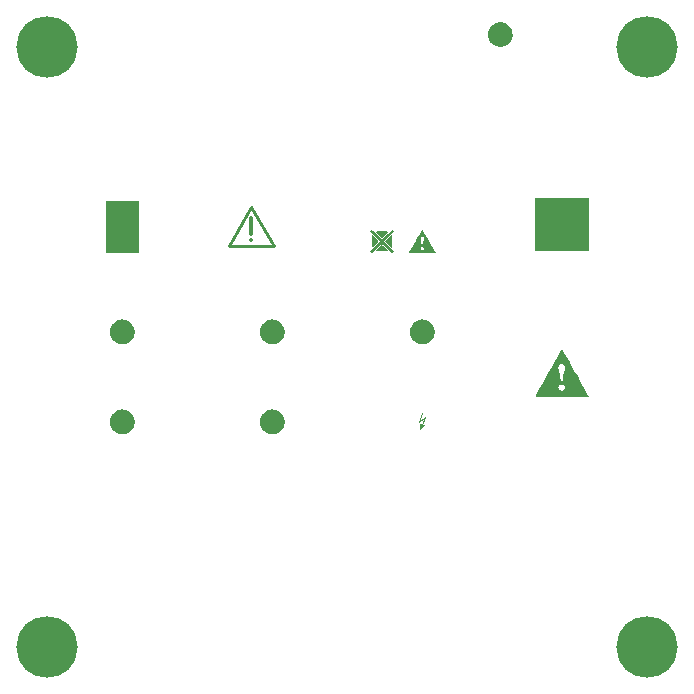
<source format=gts>
G04 Layer: TopSolderMaskLayer*
G04 EasyEDA v6.5.34, 2023-08-21 18:11:39*
G04 7c8418cbede34b2c85e998ecb34685fd,5a6b42c53f6a479593ecc07194224c93,10*
G04 Gerber Generator version 0.2*
G04 Scale: 100 percent, Rotated: No, Reflected: No *
G04 Dimensions in millimeters *
G04 leading zeros omitted , absolute positions ,4 integer and 5 decimal *
%FSLAX45Y45*%
%MOMM*%

%ADD10C,0.1000*%
%ADD11C,0.3000*%
%ADD12C,0.2540*%
%ADD13C,5.2032*%

%LPD*%
G36*
X4740808Y2896616D02*
G01*
X4737100Y2895600D01*
X4735017Y2894380D01*
X4732782Y2892298D01*
X4730750Y2889707D01*
X4722876Y2875280D01*
X4714341Y2860497D01*
X4711852Y2855468D01*
X4709109Y2850946D01*
X4706620Y2847644D01*
X4704283Y2843174D01*
X4702657Y2838754D01*
X4700981Y2835351D01*
X4699000Y2832963D01*
X4694021Y2824530D01*
X4682490Y2803144D01*
X4651267Y2748178D01*
X4708804Y2748178D01*
X4710328Y2755747D01*
X4714189Y2763266D01*
X4719523Y2769260D01*
X4725365Y2772410D01*
X4733239Y2774188D01*
X4739233Y2774289D01*
X4746294Y2772410D01*
X4753152Y2769108D01*
X4758537Y2764739D01*
X4762042Y2760472D01*
X4763770Y2756255D01*
X4764176Y2749753D01*
X4763719Y2738628D01*
X4763109Y2730804D01*
X4762246Y2723642D01*
X4761280Y2718054D01*
X4758994Y2711653D01*
X4756048Y2700477D01*
X4750460Y2673451D01*
X4748428Y2664612D01*
X4746599Y2653741D01*
X4745126Y2642920D01*
X4743856Y2638044D01*
X4742230Y2633878D01*
X4740249Y2630678D01*
X4737709Y2627630D01*
X4735982Y2626410D01*
X4734610Y2626868D01*
X4732934Y2628900D01*
X4731816Y2630932D01*
X4730953Y2633624D01*
X4730343Y2636621D01*
X4729835Y2643022D01*
X4729226Y2647188D01*
X4728260Y2651506D01*
X4725822Y2659837D01*
X4723485Y2669743D01*
X4721910Y2679039D01*
X4719066Y2692552D01*
X4715510Y2707132D01*
X4712360Y2721559D01*
X4710125Y2734208D01*
X4708956Y2744317D01*
X4708804Y2748178D01*
X4651267Y2748178D01*
X4636820Y2722575D01*
X4623816Y2698597D01*
X4604562Y2665222D01*
X4587494Y2634792D01*
X4576216Y2614066D01*
X4562551Y2590139D01*
X4555598Y2577490D01*
X4708804Y2577490D01*
X4709210Y2581910D01*
X4710480Y2586228D01*
X4712462Y2590292D01*
X4715256Y2594051D01*
X4718862Y2597353D01*
X4723231Y2600147D01*
X4730140Y2603144D01*
X4736185Y2604160D01*
X4742230Y2603195D01*
X4749190Y2600299D01*
X4756150Y2595930D01*
X4760823Y2591003D01*
X4763414Y2584958D01*
X4764176Y2577490D01*
X4763617Y2569870D01*
X4761636Y2564180D01*
X4757724Y2559456D01*
X4751374Y2554833D01*
X4743958Y2551176D01*
X4736947Y2549855D01*
X4729937Y2550820D01*
X4722672Y2554071D01*
X4718405Y2557068D01*
X4714900Y2560624D01*
X4712157Y2564485D01*
X4710277Y2568702D01*
X4709109Y2573020D01*
X4708804Y2577490D01*
X4555598Y2577490D01*
X4547666Y2563926D01*
X4538776Y2547569D01*
X4517288Y2509113D01*
X4515408Y2505100D01*
X4514646Y2502458D01*
X4514748Y2500833D01*
X4515612Y2499766D01*
X4517085Y2498902D01*
X4521962Y2498394D01*
X4533950Y2497937D01*
X4575708Y2497226D01*
X4635144Y2496820D01*
X4769459Y2496718D01*
X4840020Y2497023D01*
X4900676Y2497582D01*
X4944211Y2498344D01*
X4957368Y2498801D01*
X4963972Y2499461D01*
X4964582Y2501290D01*
X4964125Y2503982D01*
X4962601Y2507742D01*
X4944313Y2540558D01*
X4935321Y2555951D01*
X4927447Y2570073D01*
X4922977Y2577541D01*
X4918964Y2584856D01*
X4915712Y2591968D01*
X4911598Y2599588D01*
X4901082Y2617165D01*
X4871516Y2669082D01*
X4854143Y2700782D01*
X4843576Y2718866D01*
X4836007Y2732786D01*
X4826812Y2748432D01*
X4818227Y2764180D01*
X4804206Y2788767D01*
X4795469Y2804566D01*
X4785868Y2820822D01*
X4775860Y2839567D01*
X4750866Y2883662D01*
X4745736Y2893618D01*
X4743450Y2896108D01*
G37*
G36*
X4740808Y2896616D02*
G01*
X4737100Y2895600D01*
X4735017Y2894380D01*
X4732782Y2892298D01*
X4730750Y2889707D01*
X4722876Y2875280D01*
X4714341Y2860497D01*
X4711852Y2855468D01*
X4709109Y2850946D01*
X4706620Y2847695D01*
X4704283Y2843174D01*
X4702657Y2838754D01*
X4700981Y2835351D01*
X4699000Y2832963D01*
X4694021Y2824530D01*
X4682490Y2803144D01*
X4651267Y2748178D01*
X4708804Y2748178D01*
X4710328Y2755747D01*
X4714189Y2763266D01*
X4719523Y2769260D01*
X4725365Y2772410D01*
X4733239Y2774188D01*
X4739233Y2774289D01*
X4746294Y2772410D01*
X4753152Y2769108D01*
X4758537Y2764739D01*
X4762042Y2760472D01*
X4763770Y2756255D01*
X4764176Y2749753D01*
X4763719Y2738628D01*
X4763109Y2730804D01*
X4762246Y2723692D01*
X4761280Y2718054D01*
X4758994Y2711653D01*
X4756048Y2700477D01*
X4750460Y2673451D01*
X4748428Y2664612D01*
X4746599Y2653741D01*
X4745126Y2642920D01*
X4743856Y2638044D01*
X4742230Y2633878D01*
X4740249Y2630678D01*
X4737709Y2627630D01*
X4735982Y2626410D01*
X4734610Y2626868D01*
X4732934Y2628900D01*
X4731816Y2630932D01*
X4730953Y2633624D01*
X4730343Y2636621D01*
X4729835Y2643022D01*
X4729226Y2647188D01*
X4728260Y2651506D01*
X4725822Y2659837D01*
X4723485Y2669743D01*
X4721910Y2679039D01*
X4719066Y2692552D01*
X4715510Y2707132D01*
X4712360Y2721559D01*
X4710125Y2734208D01*
X4708956Y2744317D01*
X4708804Y2748178D01*
X4651267Y2748178D01*
X4636820Y2722575D01*
X4623816Y2698597D01*
X4604562Y2665222D01*
X4587494Y2634792D01*
X4576216Y2614066D01*
X4562551Y2590139D01*
X4555598Y2577490D01*
X4708804Y2577490D01*
X4709210Y2581910D01*
X4710480Y2586228D01*
X4712462Y2590292D01*
X4715256Y2594051D01*
X4718862Y2597353D01*
X4723231Y2600147D01*
X4730140Y2603144D01*
X4736185Y2604160D01*
X4742230Y2603195D01*
X4749190Y2600299D01*
X4756150Y2595930D01*
X4760823Y2591003D01*
X4763414Y2584958D01*
X4764176Y2577490D01*
X4763617Y2569870D01*
X4761636Y2564180D01*
X4757724Y2559456D01*
X4751374Y2554833D01*
X4743958Y2551176D01*
X4736947Y2549855D01*
X4729937Y2550820D01*
X4722672Y2554071D01*
X4718405Y2557068D01*
X4714900Y2560624D01*
X4712157Y2564485D01*
X4710277Y2568702D01*
X4709109Y2573020D01*
X4708804Y2577490D01*
X4555598Y2577490D01*
X4547666Y2563926D01*
X4538776Y2547569D01*
X4517288Y2509113D01*
X4515408Y2505100D01*
X4514646Y2502458D01*
X4514748Y2500833D01*
X4515612Y2499766D01*
X4517085Y2498902D01*
X4521962Y2498394D01*
X4533950Y2497937D01*
X4575708Y2497226D01*
X4635144Y2496820D01*
X4769459Y2496718D01*
X4840020Y2497023D01*
X4900676Y2497582D01*
X4944211Y2498344D01*
X4957368Y2498801D01*
X4963972Y2499461D01*
X4964582Y2501290D01*
X4964125Y2503982D01*
X4962601Y2507742D01*
X4944313Y2540558D01*
X4935321Y2555951D01*
X4927447Y2570073D01*
X4922977Y2577541D01*
X4918964Y2584856D01*
X4915712Y2591968D01*
X4911598Y2599588D01*
X4901082Y2617165D01*
X4871516Y2669082D01*
X4854143Y2700782D01*
X4843576Y2718866D01*
X4836007Y2732786D01*
X4826812Y2748432D01*
X4818227Y2764180D01*
X4804206Y2788767D01*
X4795469Y2804566D01*
X4785868Y2820822D01*
X4775860Y2839567D01*
X4750866Y2883662D01*
X4745736Y2893618D01*
X4743450Y2896108D01*
G37*
G36*
X3129737Y3914749D02*
G01*
X3128568Y3914495D01*
X3127146Y3913835D01*
X3124200Y3911600D01*
X3120542Y3907891D01*
X3118002Y3904996D01*
X3116376Y3902608D01*
X3115462Y3900576D01*
X3115513Y3899509D01*
X3116427Y3897884D01*
X3118408Y3895293D01*
X3126943Y3886047D01*
X3189579Y3822700D01*
X3197148Y3814673D01*
X3197402Y3813556D01*
X3196844Y3812387D01*
X3195320Y3810863D01*
X3190595Y3807053D01*
X3182874Y3799687D01*
X3165043Y3782009D01*
X3137916Y3754221D01*
X3118256Y3733342D01*
X3115106Y3729431D01*
X3116630Y3726129D01*
X3120644Y3721354D01*
X3125368Y3716934D01*
X3128975Y3714750D01*
X3130651Y3715156D01*
X3134004Y3717594D01*
X3140354Y3723284D01*
X3207054Y3788054D01*
X3212541Y3793083D01*
X3215030Y3795115D01*
X3216046Y3794760D01*
X3218078Y3793286D01*
X3225698Y3786428D01*
X3257905Y3754831D01*
X3284220Y3728618D01*
X3289808Y3723284D01*
X3294176Y3719423D01*
X3297529Y3716883D01*
X3300120Y3715512D01*
X3302203Y3715207D01*
X3303930Y3715715D01*
X3305606Y3716985D01*
X3311855Y3723640D01*
X3313480Y3725824D01*
X3314446Y3727704D01*
X3314750Y3729278D01*
X3314344Y3730498D01*
X3313023Y3732479D01*
X3306673Y3739642D01*
X3294329Y3752494D01*
X3255772Y3791254D01*
X3243376Y3804056D01*
X3236468Y3811676D01*
X3234944Y3813759D01*
X3234588Y3814724D01*
X3236823Y3817416D01*
X3250488Y3831844D01*
X3303066Y3885488D01*
X3310483Y3893616D01*
X3314090Y3898290D01*
X3314852Y3899712D01*
X3315106Y3900728D01*
X3314954Y3901541D01*
X3312363Y3905351D01*
X3307994Y3909720D01*
X3303473Y3913225D01*
X3300374Y3914546D01*
X3296412Y3911396D01*
X3287623Y3903319D01*
X3261715Y3878478D01*
X3235401Y3852418D01*
X3226003Y3842765D01*
X3218281Y3834028D01*
X3216960Y3833012D01*
X3215995Y3832606D01*
X3212084Y3835857D01*
X3202686Y3844645D01*
X3154781Y3891940D01*
X3141573Y3904742D01*
X3133293Y3912260D01*
X3130905Y3914140D01*
G37*
G36*
X3205124Y3897020D02*
G01*
X3172155Y3896664D01*
X3163468Y3896258D01*
X3162147Y3895953D01*
X3162909Y3894582D01*
X3169564Y3887063D01*
X3180791Y3875582D01*
X3193745Y3862832D01*
X3205581Y3851656D01*
X3213557Y3844696D01*
X3215233Y3843680D01*
X3216910Y3844696D01*
X3224834Y3851554D01*
X3236569Y3862730D01*
X3249320Y3875379D01*
X3260344Y3886809D01*
X3266897Y3894328D01*
X3267659Y3895750D01*
X3262884Y3896258D01*
X3250895Y3896664D01*
G37*
G36*
X3299714Y3871112D02*
G01*
X3297123Y3869080D01*
X3281934Y3854602D01*
X3260496Y3833164D01*
X3251758Y3824020D01*
X3245866Y3817518D01*
X3243681Y3814673D01*
X3244240Y3813708D01*
X3248456Y3808831D01*
X3265982Y3790543D01*
X3284677Y3771950D01*
X3293516Y3763518D01*
X3298698Y3759098D01*
X3300069Y3758234D01*
X3300780Y3758234D01*
X3301237Y3763111D01*
X3301695Y3775201D01*
X3302203Y3811574D01*
X3302304Y3840327D01*
X3302152Y3855821D01*
X3301593Y3867708D01*
X3300679Y3869944D01*
G37*
G36*
X3134715Y3868115D02*
G01*
X3134055Y3867912D01*
X3133394Y3867404D01*
X3132937Y3862527D01*
X3132582Y3833672D01*
X3132886Y3786581D01*
X3133191Y3771950D01*
X3133852Y3762044D01*
X3136239Y3763619D01*
X3141878Y3768598D01*
X3160522Y3786682D01*
X3172815Y3799027D01*
X3180588Y3807307D01*
X3184753Y3812286D01*
X3185668Y3813810D01*
X3185922Y3814826D01*
X3185668Y3815842D01*
X3184753Y3817365D01*
X3180588Y3822344D01*
X3172815Y3830574D01*
X3142538Y3860698D01*
G37*
G36*
X3215386Y3785971D02*
G01*
X3214420Y3785514D01*
X3210052Y3782009D01*
X3202533Y3775049D01*
X3191916Y3764737D01*
X3174441Y3747109D01*
X3165856Y3738118D01*
X3158998Y3730294D01*
X3158642Y3729482D01*
X3162046Y3729024D01*
X3183432Y3728415D01*
X3231997Y3728212D01*
X3259937Y3728618D01*
X3268675Y3728974D01*
X3272078Y3729431D01*
X3271215Y3730955D01*
X3264052Y3739032D01*
X3252063Y3751478D01*
X3238246Y3765245D01*
X3225596Y3777386D01*
X3217113Y3784904D01*
G37*
G36*
X3557879Y3912108D02*
G01*
X3556000Y3911600D01*
X3554933Y3910990D01*
X3552748Y3908653D01*
X3543096Y3891534D01*
X3540404Y3887622D01*
X3539236Y3885387D01*
X3538423Y3883151D01*
X3537559Y3881475D01*
X3536543Y3880256D01*
X3533952Y3876040D01*
X3528060Y3865372D01*
X3512136Y3837889D01*
X3541522Y3837889D01*
X3542284Y3841648D01*
X3544315Y3845407D01*
X3547008Y3848455D01*
X3550005Y3850030D01*
X3554018Y3850894D01*
X3557117Y3850944D01*
X3560724Y3850030D01*
X3564229Y3848354D01*
X3566972Y3846169D01*
X3568750Y3844036D01*
X3569614Y3841902D01*
X3569817Y3838651D01*
X3569309Y3829202D01*
X3568344Y3822801D01*
X3567176Y3819651D01*
X3565651Y3814013D01*
X3561791Y3796080D01*
X3560114Y3785260D01*
X3559454Y3782822D01*
X3558641Y3780739D01*
X3557625Y3779164D01*
X3556304Y3777640D01*
X3555441Y3777030D01*
X3554729Y3777234D01*
X3553307Y3779265D01*
X3552545Y3782110D01*
X3552291Y3785311D01*
X3551478Y3789578D01*
X3549040Y3798671D01*
X3546754Y3810050D01*
X3544112Y3821023D01*
X3541826Y3833622D01*
X3541522Y3837889D01*
X3512136Y3837889D01*
X3507079Y3829304D01*
X3500018Y3816502D01*
X3463249Y3752545D01*
X3541522Y3752545D01*
X3543401Y3758946D01*
X3548887Y3763873D01*
X3552444Y3765346D01*
X3555542Y3765854D01*
X3558641Y3765397D01*
X3562197Y3763924D01*
X3565753Y3761790D01*
X3568090Y3759301D01*
X3569411Y3756253D01*
X3569868Y3752545D01*
X3569563Y3748735D01*
X3568547Y3745890D01*
X3566515Y3743502D01*
X3563264Y3741216D01*
X3559505Y3739387D01*
X3555898Y3738727D01*
X3552342Y3739184D01*
X3548634Y3740810D01*
X3543249Y3746042D01*
X3541522Y3752545D01*
X3463249Y3752545D01*
X3459175Y3745737D01*
X3445256Y3721303D01*
X3442715Y3716324D01*
X3442360Y3714191D01*
X3443528Y3713226D01*
X3452164Y3712768D01*
X3503879Y3712210D01*
X3558438Y3712108D01*
X3628796Y3712464D01*
X3654755Y3712819D01*
X3669741Y3713276D01*
X3671925Y3713530D01*
X3672281Y3714445D01*
X3672027Y3715765D01*
X3671265Y3717645D01*
X3649878Y3754475D01*
X3646373Y3761536D01*
X3632301Y3785260D01*
X3614115Y3817112D01*
X3579672Y3876446D01*
X3573932Y3886809D01*
X3563061Y3905605D01*
X3560419Y3910584D01*
X3559251Y3911854D01*
G37*
G36*
X4216400Y5669534D02*
G01*
X4207154Y5669127D01*
X4198010Y5667908D01*
X4189018Y5665876D01*
X4184599Y5664606D01*
X4175963Y5661406D01*
X4167632Y5657443D01*
X4159656Y5652770D01*
X4152137Y5647385D01*
X4145127Y5641390D01*
X4138676Y5634837D01*
X4132834Y5627674D01*
X4127652Y5620054D01*
X4123131Y5611977D01*
X4119372Y5603544D01*
X4116374Y5594858D01*
X4114139Y5585866D01*
X4112717Y5576773D01*
X4112107Y5567578D01*
X4112310Y5558332D01*
X4113326Y5549188D01*
X4115155Y5540146D01*
X4117797Y5531307D01*
X4119372Y5526938D01*
X4123131Y5518556D01*
X4127652Y5510479D01*
X4132834Y5502859D01*
X4138676Y5495696D01*
X4145127Y5489143D01*
X4152137Y5483098D01*
X4159656Y5477764D01*
X4167632Y5473090D01*
X4175963Y5469128D01*
X4184599Y5465927D01*
X4193489Y5463540D01*
X4202582Y5461914D01*
X4211777Y5461101D01*
X4221022Y5461101D01*
X4230166Y5461914D01*
X4239260Y5463540D01*
X4248150Y5465927D01*
X4256836Y5469128D01*
X4265168Y5473090D01*
X4273092Y5477764D01*
X4280611Y5483098D01*
X4287621Y5489143D01*
X4294073Y5495696D01*
X4299915Y5502859D01*
X4305096Y5510479D01*
X4309618Y5518556D01*
X4313377Y5526938D01*
X4316374Y5535676D01*
X4318609Y5544616D01*
X4320032Y5553760D01*
X4320641Y5562955D01*
X4320438Y5572201D01*
X4319422Y5581345D01*
X4317593Y5590387D01*
X4314952Y5599226D01*
X4311599Y5607812D01*
X4307433Y5616092D01*
X4302607Y5623915D01*
X4297070Y5631332D01*
X4290923Y5638190D01*
X4284218Y5644489D01*
X4276953Y5650179D01*
X4269181Y5655208D01*
X4261053Y5659526D01*
X4252518Y5663082D01*
X4248150Y5664606D01*
X4239260Y5666994D01*
X4230166Y5668619D01*
X4221022Y5669432D01*
G37*
G36*
X1016000Y2390292D02*
G01*
X1006754Y2389886D01*
X997610Y2388616D01*
X993089Y2387752D01*
X984199Y2385314D01*
X975563Y2382113D01*
X967232Y2378151D01*
X959256Y2373477D01*
X951737Y2368143D01*
X944727Y2362149D01*
X938276Y2355545D01*
X932434Y2348382D01*
X927252Y2340762D01*
X922731Y2332736D01*
X918971Y2324303D01*
X915974Y2315565D01*
X913739Y2306624D01*
X912317Y2297480D01*
X911707Y2288286D01*
X911910Y2279091D01*
X912926Y2269896D01*
X914755Y2260854D01*
X917397Y2252014D01*
X918971Y2247696D01*
X922731Y2239264D01*
X927252Y2231186D01*
X932434Y2223566D01*
X938276Y2216454D01*
X944727Y2209850D01*
X951737Y2203856D01*
X959256Y2198471D01*
X967232Y2193798D01*
X975563Y2189886D01*
X979830Y2188159D01*
X988618Y2185365D01*
X997610Y2183333D01*
X1006754Y2182114D01*
X1016000Y2181707D01*
X1025194Y2182114D01*
X1034338Y2183333D01*
X1043330Y2185365D01*
X1052118Y2188159D01*
X1060653Y2191766D01*
X1064768Y2193798D01*
X1072692Y2198471D01*
X1076553Y2201062D01*
X1083818Y2206752D01*
X1090523Y2213051D01*
X1096670Y2219960D01*
X1102207Y2227326D01*
X1107033Y2235200D01*
X1111199Y2243429D01*
X1114552Y2252014D01*
X1117193Y2260854D01*
X1119022Y2269896D01*
X1120038Y2279091D01*
X1120241Y2288286D01*
X1119632Y2297480D01*
X1118209Y2306624D01*
X1115974Y2315565D01*
X1112977Y2324303D01*
X1109218Y2332736D01*
X1104696Y2340762D01*
X1099515Y2348382D01*
X1093673Y2355545D01*
X1087221Y2362149D01*
X1080211Y2368143D01*
X1072692Y2373477D01*
X1064768Y2378151D01*
X1056436Y2382113D01*
X1047750Y2385314D01*
X1038860Y2387752D01*
X1029766Y2389327D01*
X1020622Y2390190D01*
G37*
G36*
X1016000Y3152292D02*
G01*
X1006754Y3151886D01*
X997610Y3150616D01*
X993089Y3149752D01*
X984199Y3147314D01*
X975563Y3144113D01*
X967232Y3140151D01*
X959256Y3135477D01*
X951737Y3130143D01*
X944727Y3124149D01*
X938276Y3117545D01*
X932434Y3110382D01*
X927252Y3102762D01*
X922782Y3094736D01*
X918971Y3086303D01*
X915974Y3077565D01*
X913790Y3068624D01*
X912368Y3059480D01*
X911758Y3050286D01*
X911961Y3041091D01*
X912977Y3031896D01*
X914755Y3022854D01*
X917397Y3014014D01*
X918971Y3009696D01*
X922782Y3001264D01*
X927252Y2993186D01*
X932434Y2985566D01*
X938276Y2978454D01*
X944727Y2971850D01*
X951737Y2965856D01*
X959256Y2960471D01*
X967232Y2955798D01*
X975563Y2951886D01*
X979830Y2950159D01*
X988618Y2947365D01*
X997610Y2945333D01*
X1006754Y2944114D01*
X1016000Y2943707D01*
X1025194Y2944114D01*
X1034338Y2945333D01*
X1043330Y2947365D01*
X1052118Y2950159D01*
X1060653Y2953766D01*
X1064768Y2955798D01*
X1072743Y2960471D01*
X1080211Y2965856D01*
X1083818Y2968752D01*
X1090523Y2975051D01*
X1096670Y2981960D01*
X1102207Y2989326D01*
X1107084Y2997200D01*
X1111199Y3005429D01*
X1114602Y3014014D01*
X1117193Y3022854D01*
X1119022Y3031896D01*
X1120038Y3041091D01*
X1120241Y3050286D01*
X1119632Y3059480D01*
X1118209Y3068624D01*
X1115974Y3077565D01*
X1114602Y3081985D01*
X1111199Y3090519D01*
X1107084Y3098800D01*
X1102207Y3106623D01*
X1096670Y3114040D01*
X1090523Y3120898D01*
X1083818Y3127197D01*
X1076553Y3132886D01*
X1068781Y3137916D01*
X1060653Y3142234D01*
X1052118Y3145790D01*
X1043330Y3148634D01*
X1038860Y3149752D01*
X1029766Y3151327D01*
X1020622Y3152190D01*
G37*
G36*
X2286000Y3152292D02*
G01*
X2276754Y3151886D01*
X2267610Y3150616D01*
X2263089Y3149752D01*
X2254199Y3147314D01*
X2245563Y3144113D01*
X2237232Y3140151D01*
X2229256Y3135477D01*
X2221738Y3130143D01*
X2214727Y3124149D01*
X2208276Y3117545D01*
X2202434Y3110382D01*
X2197252Y3102762D01*
X2192782Y3094736D01*
X2188972Y3086303D01*
X2185974Y3077565D01*
X2183790Y3068624D01*
X2182317Y3059480D01*
X2181707Y3050286D01*
X2181910Y3041091D01*
X2182317Y3036468D01*
X2183790Y3027375D01*
X2184755Y3022854D01*
X2187397Y3014014D01*
X2188972Y3009696D01*
X2192782Y3001264D01*
X2197252Y2993186D01*
X2202434Y2985566D01*
X2208276Y2978454D01*
X2214727Y2971850D01*
X2221738Y2965856D01*
X2229256Y2960471D01*
X2237232Y2955798D01*
X2245563Y2951886D01*
X2249830Y2950159D01*
X2258618Y2947365D01*
X2267610Y2945333D01*
X2276754Y2944114D01*
X2286000Y2943707D01*
X2295194Y2944114D01*
X2304338Y2945333D01*
X2313330Y2947365D01*
X2322118Y2950159D01*
X2330653Y2953766D01*
X2334768Y2955798D01*
X2342743Y2960471D01*
X2350211Y2965856D01*
X2353818Y2968752D01*
X2360523Y2975051D01*
X2366670Y2981960D01*
X2372207Y2989326D01*
X2377033Y2997200D01*
X2381199Y3005429D01*
X2384602Y3014014D01*
X2387193Y3022854D01*
X2389022Y3031896D01*
X2390038Y3041091D01*
X2390241Y3050286D01*
X2389632Y3059480D01*
X2388209Y3068624D01*
X2385974Y3077565D01*
X2384602Y3081985D01*
X2381199Y3090519D01*
X2377033Y3098800D01*
X2372207Y3106623D01*
X2366670Y3114040D01*
X2360523Y3120898D01*
X2353818Y3127197D01*
X2346553Y3132886D01*
X2338781Y3137916D01*
X2330653Y3142234D01*
X2322118Y3145790D01*
X2313330Y3148634D01*
X2308860Y3149752D01*
X2299766Y3151327D01*
X2290622Y3152190D01*
G37*
G36*
X2286000Y2390292D02*
G01*
X2276754Y2389886D01*
X2267610Y2388616D01*
X2263089Y2387752D01*
X2254199Y2385314D01*
X2245563Y2382113D01*
X2237181Y2378151D01*
X2229256Y2373477D01*
X2221738Y2368143D01*
X2214727Y2362149D01*
X2208276Y2355545D01*
X2202434Y2348382D01*
X2197252Y2340762D01*
X2192731Y2332736D01*
X2188972Y2324303D01*
X2185974Y2315565D01*
X2183739Y2306624D01*
X2182317Y2297480D01*
X2181707Y2288286D01*
X2181910Y2279091D01*
X2182926Y2269896D01*
X2184755Y2260854D01*
X2187397Y2252014D01*
X2188972Y2247696D01*
X2192731Y2239264D01*
X2197252Y2231186D01*
X2202434Y2223566D01*
X2208276Y2216454D01*
X2214727Y2209850D01*
X2221738Y2203856D01*
X2229256Y2198471D01*
X2237181Y2193798D01*
X2245563Y2189886D01*
X2249830Y2188159D01*
X2258618Y2185365D01*
X2267610Y2183333D01*
X2276754Y2182114D01*
X2286000Y2181707D01*
X2295194Y2182114D01*
X2304338Y2183333D01*
X2313330Y2185365D01*
X2322118Y2188159D01*
X2330653Y2191766D01*
X2334768Y2193798D01*
X2342692Y2198471D01*
X2346553Y2201062D01*
X2353818Y2206752D01*
X2360523Y2213051D01*
X2366670Y2219960D01*
X2372207Y2227326D01*
X2377033Y2235200D01*
X2381199Y2243429D01*
X2384552Y2252014D01*
X2387193Y2260854D01*
X2389022Y2269896D01*
X2390038Y2279091D01*
X2390241Y2288286D01*
X2389632Y2297480D01*
X2388209Y2306624D01*
X2385974Y2315565D01*
X2382977Y2324303D01*
X2379218Y2332736D01*
X2374696Y2340762D01*
X2369515Y2348382D01*
X2363673Y2355545D01*
X2357221Y2362149D01*
X2350211Y2368143D01*
X2342692Y2373477D01*
X2334768Y2378151D01*
X2326436Y2382113D01*
X2317750Y2385314D01*
X2308860Y2387752D01*
X2299766Y2389327D01*
X2295194Y2389886D01*
G37*
G36*
X3536950Y2266950D02*
G01*
X3536950Y2203450D01*
X3575050Y2254250D01*
G37*
G36*
X3556000Y3152292D02*
G01*
X3546754Y3151835D01*
X3537610Y3150616D01*
X3528618Y3148634D01*
X3519830Y3145790D01*
X3511346Y3142234D01*
X3503168Y3137916D01*
X3495446Y3132886D01*
X3488182Y3127197D01*
X3481425Y3120898D01*
X3475278Y3114040D01*
X3469741Y3106623D01*
X3464915Y3098800D01*
X3460800Y3090519D01*
X3458972Y3086303D01*
X3455974Y3077565D01*
X3453739Y3068624D01*
X3452317Y3059480D01*
X3451707Y3050286D01*
X3451910Y3041091D01*
X3452926Y3031896D01*
X3454755Y3022854D01*
X3457397Y3014014D01*
X3458972Y3009696D01*
X3462731Y3001264D01*
X3467252Y2993186D01*
X3472434Y2985566D01*
X3478276Y2978454D01*
X3484727Y2971850D01*
X3491737Y2965856D01*
X3499256Y2960471D01*
X3507181Y2955798D01*
X3515563Y2951886D01*
X3519830Y2950159D01*
X3528618Y2947365D01*
X3537610Y2945333D01*
X3546754Y2944114D01*
X3556000Y2943707D01*
X3565194Y2944114D01*
X3574338Y2945333D01*
X3583330Y2947365D01*
X3592118Y2950159D01*
X3600653Y2953766D01*
X3604768Y2955798D01*
X3612692Y2960471D01*
X3620211Y2965856D01*
X3623818Y2968752D01*
X3630523Y2975051D01*
X3636670Y2981960D01*
X3642207Y2989326D01*
X3647033Y2997200D01*
X3651199Y3005429D01*
X3654551Y3014014D01*
X3657193Y3022854D01*
X3659022Y3031896D01*
X3660038Y3041091D01*
X3660241Y3050286D01*
X3659632Y3059480D01*
X3658209Y3068624D01*
X3655974Y3077565D01*
X3652977Y3086303D01*
X3649218Y3094685D01*
X3644696Y3102762D01*
X3639515Y3110382D01*
X3633673Y3117545D01*
X3627221Y3124149D01*
X3620211Y3130143D01*
X3612692Y3135477D01*
X3604768Y3140151D01*
X3596436Y3144113D01*
X3587750Y3147314D01*
X3583330Y3148634D01*
X3574338Y3150616D01*
X3565194Y3151835D01*
G37*
D10*
X3556005Y2362194D02*
G01*
X3530605Y2285994D01*
X3581405Y2324094D01*
X3556005Y2260594D01*
D11*
X2108194Y4013192D02*
G01*
X2108194Y3873492D01*
X2108194Y3822692D02*
G01*
X2108194Y3821694D01*
D12*
X1917694Y3771892D02*
G01*
X2298694Y3771892D01*
X2108194Y4102092D01*
X1917694Y3771892D01*
D13*
G01*
X380992Y5460992D03*
G01*
X380992Y380992D03*
G01*
X5460992Y380992D03*
G01*
X5460992Y5460992D03*
G36*
X876292Y4152892D02*
G01*
X1155692Y4152892D01*
X1155692Y3714742D01*
X876292Y3714742D01*
G37*
G36*
X4508492Y4178292D02*
G01*
X4965692Y4178292D01*
X4965692Y3733792D01*
X4508492Y3733792D01*
G37*
M02*

</source>
